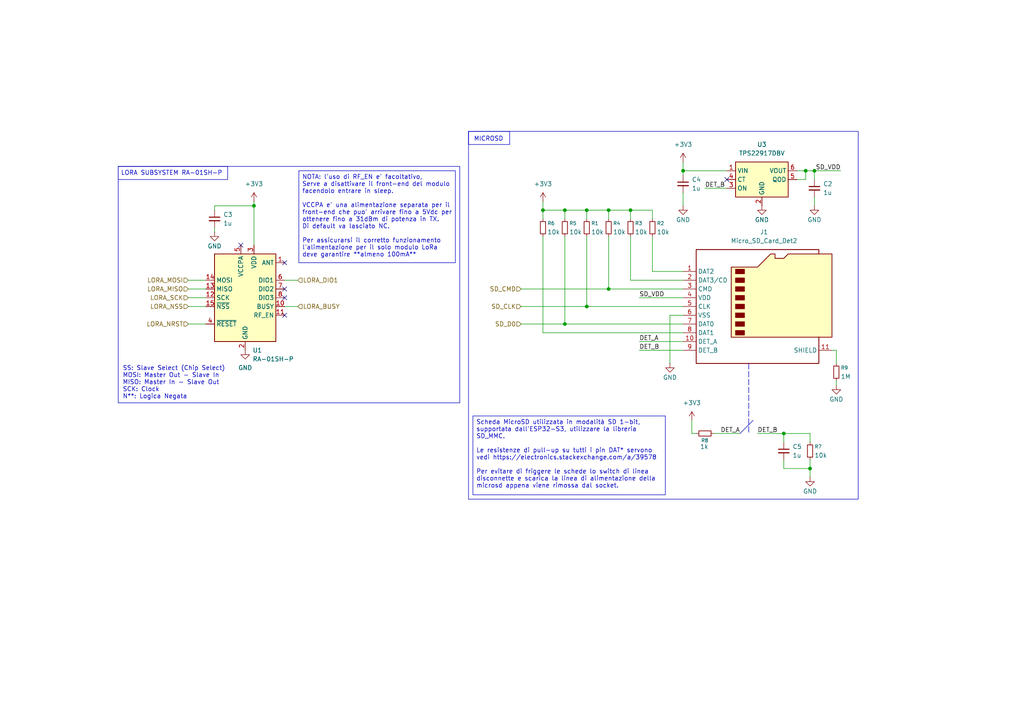
<source format=kicad_sch>
(kicad_sch (version 20250114) (generator "eeschema") (generator_version "9.0")
  (paper "A4")
  (lib_symbols
    (symbol "Connector:Micro_SD_Card_Det2"
      (property "Reference" "J" (at -16.51 17.78 0))
      (property "Value" "Micro_SD_Card_Det2" (at 16.51 17.78 0))
      (symbol "Micro_SD_Card_Det2_0_1"
        (polyline (pts (xy -8.89 -8.89) (xy -8.89 11.43) (xy -1.27 11.43) (xy 2.54 15.24) (xy 3.81 15.24) (xy 3.81 13.97) (xy 6.35 13.97) (xy 7.62 15.24) (xy 20.32 15.24) (xy 20.32 -8.89) (xy -8.89 -8.89)) (stroke (width 0.254)) (fill (type background)))
        (rectangle (start -7.62 10.795) (end -5.08 9.525) (stroke (width 0.254)) (fill (type outline)))
        (rectangle (start -7.62 8.255) (end -5.08 6.985) (stroke (width 0.254)) (fill (type outline)))
        (rectangle (start -7.62 5.715) (end -5.08 4.445) (stroke (width 0.254)) (fill (type outline)))
        (rectangle (start -7.62 3.175) (end -5.08 1.905) (stroke (width 0.254)) (fill (type outline)))
        (rectangle (start -7.62 0.635) (end -5.08 -0.635) (stroke (width 0.254)) (fill (type outline)))
        (rectangle (start -7.62 -1.905) (end -5.08 -3.175) (stroke (width 0.254)) (fill (type outline)))
        (rectangle (start -7.62 -4.445) (end -5.08 -5.715) (stroke (width 0.254)) (fill (type outline)))
        (rectangle (start -7.62 -6.985) (end -5.08 -8.255) (stroke (width 0.254)) (fill (type outline)))
        (polyline (pts (xy 16.51 15.24) (xy 16.51 16.51) (xy -19.05 16.51) (xy -19.05 -16.51) (xy 16.51 -16.51) (xy 16.51 -8.89)) (stroke (width 0.254)))
      )
      (symbol "Micro_SD_Card_Det2_1_1"
        (pin bidirectional line (at -22.86 10.16 0) (length 3.81) (name "DAT2") (number "1"))
        (pin bidirectional line (at -22.86 7.62 0) (length 3.81) (name "DAT3/CD") (number "2"))
        (pin input line (at -22.86 5.08 0) (length 3.81) (name "CMD") (number "3"))
        (pin power_in line (at -22.86 2.54 0) (length 3.81) (name "VDD") (number "4"))
        (pin input line (at -22.86 0 0) (length 3.81) (name "CLK") (number "5"))
        (pin power_in line (at -22.86 -2.54 0) (length 3.81) (name "VSS") (number "6"))
        (pin bidirectional line (at -22.86 -5.08 0) (length 3.81) (name "DAT0") (number "7"))
        (pin bidirectional line (at -22.86 -7.62 0) (length 3.81) (name "DAT1") (number "8"))
        (pin passive line (at -22.86 -10.16 0) (length 3.81) (name "DET_A") (number "10"))
        (pin passive line (at -22.86 -12.7 0) (length 3.81) (name "DET_B") (number "9"))
        (pin passive line (at 20.32 -12.7 180) (length 3.81) (name "SHIELD") (number "11"))
      )
    )
    (symbol "Device:C_Small" (pin_numbers (hide yes)) (pin_names (offset 0.254) (hide yes))
      (property "Reference" "C" (at 0.254 1.778 0))
      (property "Value" "C_Small" (at 0.254 -2.032 0))
      (symbol "C_Small_0_1"
        (polyline (pts (xy -1.524 0.508) (xy 1.524 0.508)) (stroke (width 0.3048)))
        (polyline (pts (xy -1.524 -0.508) (xy 1.524 -0.508)) (stroke (width 0.3302)))
      )
      (symbol "C_Small_1_1"
        (pin passive line (at 0 2.54 270) (length 2.032) (name "~") (number "1"))
        (pin passive line (at 0 -2.54 90) (length 2.032) (name "~") (number "2"))
      )
    )
    (symbol "Device:R_Small" (pin_numbers (hide yes)) (pin_names (offset 0.254) (hide yes))
      (property "Reference" "R" (at 0 0 90))
      (property "Value" "R_Small" (at 1.778 0 90))
      (symbol "R_Small_0_1"
        (rectangle (start -0.762 1.778) (end 0.762 -1.778) (stroke (width 0.2032)))
      )
      (symbol "R_Small_1_1"
        (pin passive line (at 0 2.54 270) (length 0.762) (name "~") (number "1"))
        (pin passive line (at 0 -2.54 90) (length 0.762) (name "~") (number "2"))
      )
    )
    (symbol "LoRa:RA-01SH"
      (property "Reference" "U" (at 7.874 15.748 0))
      (property "Value" "RA-01SH-P" (at 13.208 13.208 0))
      (symbol "RA-01SH_0_1"
        (rectangle (start -8.89 11.43) (end 8.89 -13.97) (stroke (width 0.254)) (fill (type background)))
      )
      (symbol "RA-01SH_1_1"
        (pin input line (at -11.43 3.81 0) (length 2.54) (name "MOSI") (number "14"))
        (pin output line (at -11.43 1.27 0) (length 2.54) (name "MISO") (number "13"))
        (pin input line (at -11.43 -1.27 0) (length 2.54) (name "SCK") (number "12"))
        (pin input line (at -11.43 -3.81 0) (length 2.54) (name "~{NSS}") (number "15"))
        (pin input line (at -11.43 -8.89 0) (length 2.54) (name "~{RESET}") (number "4"))
        (pin bidirectional line (at -1.27 13.97 270) (length 2.54) (name "VCCPA") (number "5"))
        (pin passive line (at 0 -16.51 90) (length 2.54) (hide yes) (name "GND") (number "16"))
        (pin power_in line (at 0 -16.51 90) (length 2.54) (name "GND") (number "2"))
        (pin passive line (at 0 -16.51 90) (length 2.54) (hide yes) (name "GND") (number "9"))
        (pin power_in line (at 2.54 13.97 270) (length 2.54) (name "VDD") (number "3"))
        (pin passive line (at 11.43 8.89 180) (length 2.54) (name "ANT") (number "1"))
        (pin bidirectional line (at 11.43 3.81 180) (length 2.54) (name "DIO1") (number "6"))
        (pin bidirectional line (at 11.43 1.27 180) (length 2.54) (name "DIO2") (number "7"))
        (pin bidirectional line (at 11.43 -1.27 180) (length 2.54) (name "DIO3") (number "8"))
        (pin bidirectional line (at 11.43 -3.81 180) (length 2.54) (name "BUSY") (number "10"))
        (pin bidirectional line (at 11.43 -6.35 180) (length 2.54) (name "RF_EN") (number "11"))
      )
    )
    (symbol "Power_Management:TPS22917DBV"
      (property "Reference" "U" (at -6.35 6.35 0))
      (property "Value" "TPS22917DBV" (at 2.54 6.35 0))
      (symbol "TPS22917DBV_0_1"
        (rectangle (start -7.62 5.08) (end 7.62 -5.08) (stroke (width 0.254)) (fill (type background)))
      )
      (symbol "TPS22917DBV_1_1"
        (pin power_in line (at -10.16 2.54 0) (length 2.54) (name "VIN") (number "1"))
        (pin output line (at -10.16 0 0) (length 2.54) (name "CT") (number "4"))
        (pin input line (at -10.16 -2.54 0) (length 2.54) (name "ON") (number "3"))
        (pin power_in line (at 0 -7.62 90) (length 2.54) (name "GND") (number "2"))
        (pin power_out line (at 10.16 2.54 180) (length 2.54) (name "VOUT") (number "6"))
        (pin open_collector line (at 10.16 0 180) (length 2.54) (name "QOD") (number "5"))
      )
    )
    (symbol "power:+3V3" (power) (pin_numbers (hide yes)) (pin_names (offset 0) (hide yes))
      (property "Value" "+3V3" (at 0 3.556 0))
      (symbol "+3V3_0_1"
        (polyline (pts (xy -0.762 1.27) (xy 0 2.54)))
        (polyline (pts (xy 0 2.54) (xy 0.762 1.27)))
        (polyline (pts (xy 0 0) (xy 0 2.54)))
      )
      (symbol "+3V3_1_1"
        (pin power_in line (at 0 0 90) (length 0) (name "~") (number "1"))
      )
    )
    (symbol "power:GND" (power) (pin_numbers (hide yes)) (pin_names (offset 0) (hide yes))
      (property "Value" "GND" (at 0 -3.81 0))
      (symbol "GND_0_1"
        (polyline (pts (xy 0 0) (xy 0 -1.27) (xy 1.27 -1.27) (xy 0 -2.54) (xy -1.27 -1.27) (xy 0 -1.27)))
      )
      (symbol "GND_1_1"
        (pin power_in line (at 0 0 270) (length 0) (name "~") (number "1"))
      )
    )
  )
  (rectangle (start 135.89 38.1) (end 248.92 144.78))
  (rectangle (start 135.89 38.1) (end 147.828 41.91))
  (rectangle (start 34.29 48.26) (end 133.35 116.84))
  (rectangle (start 34.29 48.26) (end 66.04 52.07))
  (text "SS: Slave Select (Chip Select)\nMOSI: Master Out - Slave In\nMISO: Master In - Slave Out\nSCK: Clock\nN**: Logica Negata" (at 35.56 110.998 0) (effects (font (size 1.27 1.27)) (justify left)))
  (text "LORA SUBSYSTEM RA-01SH-P" (at 35.052 50.292 0) (effects (font (size 1.27 1.27)) (justify left)))
  (text "MICROSD" (at 137.414 40.386 0) (effects (font (size 1.27 1.27)) (justify left)))
  (text_box "NOTA: l'uso di RF_EN e' facoltativo,\nServe a disattivare il front-end del modulo \nfacendolo entrare in sleep.\n\nVCCPA e' una alimentazione separata per il\nfront-end che puo' arrivare fino a 5Vdc per\nottenere fino a 31dBm di potenza in TX.\nDi default va lasciato NC.\n\nPer assicurarsi il corretto funzionamento \nl'alimentazione per il solo modulo LoRa \ndeve garantire **almeno 100mA**\n" (at 86.6776 49.5301 0) (size 45.4024 26.6699) (margins 0.9525 0.9525 0.9525 0.9525) (effects (font (size 1.27 1.27)) (justify left top)))
  (text_box "Scheda MicroSD utilizzata in modalità SD 1-bit, supportata dall'ESP32-S3, utilizzare la libreria SD_MMC.\n\nLe resistenze di pull-up su tutti i pin DAT* servono vedi https://electronics.stackexchange.com/a/39578\n\nPer evitare di friggere le schede lo switch di linea disconnette e scarica la linea di alimentazione della microsd appena viene rimossa dal socket." (at 137.16 120.65 0) (size 55.8165 22.86) (margins 0.9525 0.9525 0.9525 0.9525) (effects (font (size 1.27 1.27)) (justify left top)))
  (junction (at 233.68 49.53))
  (junction (at 163.83 60.96))
  (junction (at 182.88 60.96))
  (junction (at 176.53 83.82))
  (junction (at 227.33 125.73))
  (junction (at 163.83 93.98))
  (junction (at 170.18 60.96))
  (junction (at 73.66 59.69))
  (junction (at 176.53 60.96))
  (junction (at 236.22 49.53))
  (junction (at 157.48 60.96))
  (junction (at 170.18 88.9))
  (junction (at 234.95 135.89))
  (junction (at 198.12 49.53))
  (no_connect (at 82.55 86.36))
  (no_connect (at 82.55 76.2))
  (no_connect (at 82.55 83.82))
  (no_connect (at 210.82 52.07))
  (no_connect (at 82.55 91.44))
  (no_connect (at 69.85 71.12))
  (wire (pts (xy 198.12 91.44) (xy 194.31 91.44)))
  (wire (pts (xy 170.18 60.96) (xy 170.18 63.5)))
  (wire (pts (xy 62.23 66.04) (xy 62.23 67.31)))
  (wire (pts (xy 163.83 68.58) (xy 163.83 93.98)))
  (wire (pts (xy 189.23 78.74) (xy 198.12 78.74)))
  (wire (pts (xy 207.01 125.73) (xy 214.63 125.73)))
  (wire (pts (xy 176.53 60.96) (xy 182.88 60.96)))
  (wire (pts (xy 227.33 125.73) (xy 227.33 128.27)))
  (wire (pts (xy 163.83 60.96) (xy 163.83 63.5)))
  (wire (pts (xy 241.3 101.6) (xy 242.57 101.6)))
  (wire (pts (xy 151.13 88.9) (xy 170.18 88.9)))
  (wire (pts (xy 198.12 46.99) (xy 198.12 49.53)))
  (wire (pts (xy 198.12 55.88) (xy 198.12 59.69)))
  (wire (pts (xy 227.33 133.35) (xy 227.33 135.89)))
  (wire (pts (xy 182.88 60.96) (xy 182.88 63.5)))
  (wire (pts (xy 157.48 60.96) (xy 157.48 63.5)))
  (wire (pts (xy 200.66 125.73) (xy 201.93 125.73)))
  (wire (pts (xy 54.61 83.82) (xy 59.69 83.82)))
  (wire (pts (xy 82.55 88.9) (xy 86.36 88.9)))
  (wire (pts (xy 233.68 52.07) (xy 233.68 49.53)))
  (wire (pts (xy 219.71 125.73) (xy 227.33 125.73)))
  (wire (pts (xy 170.18 60.96) (xy 176.53 60.96)))
  (wire (pts (xy 176.53 68.58) (xy 176.53 83.82)))
  (wire (pts (xy 185.42 101.6) (xy 198.12 101.6)))
  (wire (pts (xy 73.66 59.69) (xy 73.66 71.12)))
  (wire (pts (xy 176.53 83.82) (xy 198.12 83.82)))
  (wire (pts (xy 210.82 49.53) (xy 198.12 49.53)))
  (wire (pts (xy 82.55 81.28) (xy 86.36 81.28)))
  (wire (pts (xy 189.23 68.58) (xy 189.23 78.74)))
  (wire (pts (xy 227.33 125.73) (xy 234.95 125.73)))
  (wire (pts (xy 234.95 135.89) (xy 234.95 138.43)))
  (wire (pts (xy 236.22 49.53) (xy 243.84 49.53)))
  (wire (pts (xy 151.13 83.82) (xy 176.53 83.82)))
  (wire (pts (xy 157.48 58.42) (xy 157.48 60.96)))
  (wire (pts (xy 198.12 86.36) (xy 185.42 86.36)))
  (wire (pts (xy 170.18 68.58) (xy 170.18 88.9)))
  (wire (pts (xy 157.48 60.96) (xy 163.83 60.96)))
  (wire (pts (xy 163.83 60.96) (xy 170.18 60.96)))
  (wire (pts (xy 54.61 81.28) (xy 59.69 81.28)))
  (wire (pts (xy 157.48 96.52) (xy 198.12 96.52)))
  (wire (pts (xy 62.23 60.96) (xy 62.23 59.69)))
  (wire (pts (xy 231.14 52.07) (xy 233.68 52.07)))
  (wire (pts (xy 185.42 99.06) (xy 198.12 99.06)))
  (wire (pts (xy 234.95 125.73) (xy 234.95 128.27)))
  (polyline (pts (xy 214.63 125.73) (xy 218.44 121.92)))
  (wire (pts (xy 200.66 121.92) (xy 200.66 125.73)))
  (wire (pts (xy 176.53 60.96) (xy 176.53 63.5)))
  (wire (pts (xy 189.23 60.96) (xy 189.23 63.5)))
  (wire (pts (xy 151.13 93.98) (xy 163.83 93.98)))
  (wire (pts (xy 198.12 49.53) (xy 198.12 50.8)))
  (wire (pts (xy 233.68 49.53) (xy 236.22 49.53)))
  (wire (pts (xy 194.31 91.44) (xy 194.31 105.41)))
  (wire (pts (xy 182.88 60.96) (xy 189.23 60.96)))
  (wire (pts (xy 62.23 59.69) (xy 73.66 59.69)))
  (wire (pts (xy 182.88 81.28) (xy 198.12 81.28)))
  (wire (pts (xy 227.33 135.89) (xy 234.95 135.89)))
  (wire (pts (xy 54.61 93.98) (xy 59.69 93.98)))
  (wire (pts (xy 242.57 110.49) (xy 242.57 111.76)))
  (wire (pts (xy 54.61 88.9) (xy 59.69 88.9)))
  (wire (pts (xy 182.88 68.58) (xy 182.88 81.28)))
  (wire (pts (xy 236.22 52.07) (xy 236.22 49.53)))
  (wire (pts (xy 234.95 133.35) (xy 234.95 135.89)))
  (wire (pts (xy 170.18 88.9) (xy 198.12 88.9)))
  (wire (pts (xy 242.57 101.6) (xy 242.57 105.41)))
  (polyline (pts (xy 217.17 105.41) (xy 217.17 125.73)) (stroke (width 0) (type dash)))
  (wire (pts (xy 236.22 57.15) (xy 236.22 59.69)))
  (wire (pts (xy 204.47 54.61) (xy 210.82 54.61)))
  (wire (pts (xy 157.48 68.58) (xy 157.48 96.52)))
  (wire (pts (xy 163.83 93.98) (xy 198.12 93.98)))
  (wire (pts (xy 73.66 58.42) (xy 73.66 59.69)))
  (wire (pts (xy 231.14 49.53) (xy 233.68 49.53)))
  (wire (pts (xy 54.61 86.36) (xy 59.69 86.36)))
  (label "SD_VDD" (at 185.42 86.36 0))
  (label "DET_A" (at 185.42 99.06 0))
  (label "DET_B" (at 219.71 125.73 0))
  (label "DET_B" (at 204.47 54.61 0))
  (label "SD_VDD" (at 243.84 49.53 180))
  (label "DET_B" (at 185.42 101.6 0))
  (label "DET_A" (at 214.63 125.73 180))
  (hierarchical_label "SD_CMD" (shape input) (at 151.13 83.82 180))
  (hierarchical_label "LORA_DIO1" (shape input) (at 86.36 81.28 0))
  (hierarchical_label "LORA_SCK" (shape input) (at 54.61 86.36 180))
  (hierarchical_label "LORA_NRST" (shape input) (at 54.61 93.98 180))
  (hierarchical_label "LORA_MOSI" (shape input) (at 54.61 81.28 180))
  (hierarchical_label "LORA_MISO" (shape input) (at 54.61 83.82 180))
  (hierarchical_label "SD_D0" (shape input) (at 151.13 93.98 180))
  (hierarchical_label "LORA_NSS" (shape input) (at 54.61 88.9 180))
  (hierarchical_label "SD_CLK" (shape input) (at 151.13 88.9 180))
  (hierarchical_label "LORA_BUSY" (shape input) (at 86.36 88.9 0))
  (symbol (lib_id "power:GND") (at 220.98 59.69 0) (unit 1)
    (property "Reference" "#PWR04" (effects (hide yes)))
    (property "Value" "GND" (at 220.98 63.754 0))
    (property "Description" "Power symbol creates a global label with name \"GND\" , ground" (effects (hide yes)))
  )
  (symbol (lib_id "Device:R_Small") (at 234.95 130.81 0) (unit 1)
    (property "Reference" "R7" (at 236.22 129.54 0) (effects (font (size 1.016 1.016)) (justify left)))
    (property "Value" "10k" (at 236.22 132.08 0) (effects (justify left)))
    (property "Footprint" "Resistor_SMD:R_0603_1608Metric_Pad0.98x0.95mm_HandSolder" (effects (hide yes)))
    (property "Description" "Resistor, small symbol" (effects (hide yes)))
  )
  (symbol (lib_id "power:GND") (at 62.23 67.31 0) (unit 1)
    (property "Reference" "#PWR012" (effects (hide yes)))
    (property "Value" "GND" (at 62.23 71.374 0))
    (property "Description" "Power symbol creates a global label with name \"GND\" , ground" (effects (hide yes)))
  )
  (symbol (lib_id "Device:C_Small") (at 198.12 53.34 0) (unit 1)
    (property "Reference" "C4" (at 200.66 52.0762 0) (effects (justify left)))
    (property "Value" "1u" (at 200.66 54.6162 0) (effects (justify left)))
    (property "Footprint" "Capacitor_SMD:C_0603_1608Metric_Pad1.08x0.95mm_HandSolder" (effects (hide yes)))
    (property "Description" "Unpolarized capacitor, small symbol" (effects (hide yes)))
  )
  (symbol (lib_id "power:GND") (at 198.12 59.69 0) (unit 1)
    (property "Reference" "#PWR08" (effects (hide yes)))
    (property "Value" "GND" (at 198.12 63.754 0))
    (property "Description" "Power symbol creates a global label with name \"GND\" , ground" (effects (hide yes)))
  )
  (symbol (lib_id "power:+3V3") (at 157.48 58.42 0) (unit 1)
    (property "Reference" "#PWR02" (effects (hide yes)))
    (property "Value" "+3V3" (at 157.48 53.34 0))
    (property "Description" "Power symbol creates a global label with name \"+3V3\"" (effects (hide yes)))
  )
  (symbol (lib_id "Device:R_Small") (at 157.48 66.04 0) (unit 1)
    (property "Reference" "R6" (at 158.75 64.77 0) (effects (font (size 1.016 1.016)) (justify left)))
    (property "Value" "10k" (at 158.75 67.31 0) (effects (justify left)))
    (property "Footprint" "Resistor_SMD:R_0603_1608Metric_Pad0.98x0.95mm_HandSolder" (effects (hide yes)))
    (property "Description" "Resistor, small symbol" (effects (hide yes)))
  )
  (symbol (lib_id "Device:R_Small") (at 242.57 107.95 0) (unit 1)
    (property "Reference" "R9" (at 243.84 106.68 0) (effects (font (size 1.016 1.016)) (justify left)))
    (property "Value" "1M" (at 243.84 109.22 0) (effects (justify left)))
    (property "Footprint" "Resistor_SMD:R_0603_1608Metric_Pad0.98x0.95mm_HandSolder" (effects (hide yes)))
    (property "Description" "Resistor, small symbol" (effects (hide yes)))
  )
  (symbol (lib_id "power:+3V3") (at 73.66 58.42 0) (unit 1)
    (property "Reference" "#PWR011" (effects (hide yes)))
    (property "Value" "+3V3" (at 73.66 53.34 0))
    (property "Description" "Power symbol creates a global label with name \"+3V3\"" (effects (hide yes)))
  )
  (symbol (lib_id "Power_Management:TPS22917DBV") (at 220.98 52.07 0) (unit 1)
    (property "Reference" "U3" (at 220.98 41.91 0))
    (property "Value" "TPS22917DBV" (at 220.98 44.45 0))
    (property "Footprint" "Package_TO_SOT_SMD:SOT-23-6" (effects (hide yes)))
    (property "Datasheet" "http://www.ti.com/lit/ds/symlink/tps22917.pdf" (effects (hide yes)))
    (property "Description" "1V to 5.5V, 2A, 80mΩ Ultra-Low Leakage Load Switch, SOT23-6" (effects (hide yes)))
  )
  (symbol (lib_id "Device:R_Small") (at 170.18 66.04 0) (unit 1)
    (property "Reference" "R1" (at 171.45 64.77 0) (effects (font (size 1.016 1.016)) (justify left)))
    (property "Value" "10k" (at 171.45 67.31 0) (effects (justify left)))
    (property "Footprint" "Resistor_SMD:R_0603_1608Metric_Pad0.98x0.95mm_HandSolder" (effects (hide yes)))
    (property "Description" "Resistor, small symbol" (effects (hide yes)))
  )
  (symbol (lib_id "Device:R_Small") (at 176.53 66.04 0) (unit 1)
    (property "Reference" "R4" (at 177.8 64.77 0) (effects (font (size 1.016 1.016)) (justify left)))
    (property "Value" "10k" (at 177.8 67.31 0) (effects (justify left)))
    (property "Footprint" "Resistor_SMD:R_0603_1608Metric_Pad0.98x0.95mm_HandSolder" (effects (hide yes)))
    (property "Description" "Resistor, small symbol" (effects (hide yes)))
  )
  (symbol (lib_id "power:GND") (at 234.95 138.43 0) (unit 1)
    (property "Reference" "#PWR013" (effects (hide yes)))
    (property "Value" "GND" (at 234.95 142.494 0))
    (property "Description" "Power symbol creates a global label with name \"GND\" , ground" (effects (hide yes)))
  )
  (symbol (lib_id "LoRa:RA-01SH") (at 71.12 85.09 0) (unit 1)
    (property "Reference" "U1" (at 73.2633 101.6 0) (effects (justify left)))
    (property "Value" "RA-01SH-P" (at 73.2633 104.14 0) (effects (justify left)))
    (property "Footprint" "RF_Module:Ai-Thinker-Ra-01-LoRa" (effects (hide yes)))
    (property "Datasheet" "https://en.ai-thinker.com/Uploads/file/20240927/20240927114430_30249.pdf" (effects (hide yes)))
  )
  (symbol (lib_id "power:+3V3") (at 198.12 46.99 0) (unit 1)
    (property "Reference" "#PWR010" (effects (hide yes)))
    (property "Value" "+3V3" (at 198.12 41.91 0))
    (property "Description" "Power symbol creates a global label with name \"+3V3\"" (effects (hide yes)))
  )
  (symbol (lib_id "Connector:Micro_SD_Card_Det2") (at 220.98 88.9 0) (unit 1)
    (property "Reference" "J1" (at 221.615 67.31 0))
    (property "Value" "Micro_SD_Card_Det2" (at 221.615 69.85 0))
    (property "Footprint" "MicroSD:microSD_HC_Molex_104031-0811_Handsolder" (effects (hide yes)))
    (property "Datasheet" "https://www.hirose.com/en/product/document?clcode=&productname=&series=DM3&documenttype=Catalog&lang=en&documentid=D49662_en" (effects (hide yes)))
    (property "Description" "Micro SD Card Socket with two card detection pins" (effects (hide yes)))
  )
  (symbol (lib_id "power:GND") (at 242.57 111.76 0) (unit 1)
    (property "Reference" "#PWR01" (effects (hide yes)))
    (property "Value" "GND" (at 242.57 115.824 0))
    (property "Description" "Power symbol creates a global label with name \"GND\" , ground" (effects (hide yes)))
  )
  (symbol (lib_id "power:GND") (at 236.22 59.69 0) (unit 1)
    (property "Reference" "#PWR05" (effects (hide yes)))
    (property "Value" "GND" (at 236.22 63.754 0))
    (property "Description" "Power symbol creates a global label with name \"GND\" , ground" (effects (hide yes)))
  )
  (symbol (lib_id "Device:C_Small") (at 236.22 54.61 0) (unit 1)
    (property "Reference" "C2" (at 238.76 53.3462 0) (effects (justify left)))
    (property "Value" "1u" (at 238.76 55.8862 0) (effects (justify left)))
    (property "Footprint" "Capacitor_SMD:C_0603_1608Metric_Pad1.08x0.95mm_HandSolder" (effects (hide yes)))
    (property "Description" "Unpolarized capacitor, small symbol" (effects (hide yes)))
  )
  (symbol (lib_id "Device:C_Small") (at 227.33 130.81 0) (unit 1)
    (property "Reference" "C5" (at 229.87 129.5462 0) (effects (justify left)))
    (property "Value" "1u" (at 229.87 132.0862 0) (effects (justify left)))
    (property "Footprint" "Capacitor_SMD:C_0603_1608Metric_Pad1.08x0.95mm_HandSolder" (effects (hide yes)))
    (property "Description" "Unpolarized capacitor, small symbol" (effects (hide yes)))
  )
  (symbol (lib_id "power:+3V3") (at 200.66 121.92 0) (unit 1)
    (property "Reference" "#PWR014" (effects (hide yes)))
    (property "Value" "+3V3" (at 200.66 116.84 0))
    (property "Description" "Power symbol creates a global label with name \"+3V3\"" (effects (hide yes)))
  )
  (symbol (lib_id "Device:R_Small") (at 189.23 66.04 0) (unit 1)
    (property "Reference" "R2" (at 190.5 64.77 0) (effects (font (size 1.016 1.016)) (justify left)))
    (property "Value" "10k" (at 190.5 67.31 0) (effects (justify left)))
    (property "Footprint" "Resistor_SMD:R_0603_1608Metric_Pad0.98x0.95mm_HandSolder" (effects (hide yes)))
    (property "Description" "Resistor, small symbol" (effects (hide yes)))
  )
  (symbol (lib_id "power:GND") (at 71.12 101.6 0) (unit 1)
    (property "Reference" "#PWR09" (effects (hide yes)))
    (property "Value" "GND" (at 71.12 106.68 0))
    (property "Description" "Power symbol creates a global label with name \"GND\" , ground" (effects (hide yes)))
  )
  (symbol (lib_id "Device:R_Small") (at 182.88 66.04 0) (unit 1)
    (property "Reference" "R3" (at 184.15 64.77 0) (effects (font (size 1.016 1.016)) (justify left)))
    (property "Value" "10k" (at 184.15 67.31 0) (effects (justify left)))
    (property "Footprint" "Resistor_SMD:R_0603_1608Metric_Pad0.98x0.95mm_HandSolder" (effects (hide yes)))
    (property "Description" "Resistor, small symbol" (effects (hide yes)))
  )
  (symbol (lib_id "Device:R_Small") (at 163.83 66.04 0) (unit 1)
    (property "Reference" "R5" (at 165.1 64.77 0) (effects (font (size 1.016 1.016)) (justify left)))
    (property "Value" "10k" (at 165.1 67.31 0) (effects (justify left)))
    (property "Footprint" "Resistor_SMD:R_0603_1608Metric_Pad0.98x0.95mm_HandSolder" (effects (hide yes)))
    (property "Description" "Resistor, small symbol" (effects (hide yes)))
  )
  (symbol (lib_id "Device:R_Small") (at 204.47 125.73 90) (unit 1)
    (property "Reference" "R8" (at 205.486 127.762 90) (effects (font (size 1.016 1.016)) (justify left)))
    (property "Value" "1k" (at 205.486 129.54 90) (effects (justify left)))
    (property "Footprint" "Resistor_SMD:R_0603_1608Metric_Pad0.98x0.95mm_HandSolder" (effects (hide yes)))
    (property "Description" "Resistor, small symbol" (effects (hide yes)))
  )
  (symbol (lib_id "Device:C_Small") (at 62.23 63.5 0) (unit 1)
    (property "Reference" "C3" (at 64.77 62.2362 0) (effects (justify left)))
    (property "Value" "1u" (at 64.77 64.7762 0) (effects (justify left)))
    (property "Footprint" "Capacitor_SMD:C_0603_1608Metric_Pad1.08x0.95mm_HandSolder" (effects (hide yes)))
    (property "Description" "Unpolarized capacitor, small symbol" (effects (hide yes)))
  )
  (symbol (lib_id "power:GND") (at 194.31 105.41 0) (unit 1)
    (property "Reference" "#PWR06" (effects (hide yes)))
    (property "Value" "GND" (at 194.31 109.474 0))
    (property "Description" "Power symbol creates a global label with name \"GND\" , ground" (effects (hide yes)))
  )
)
</source>
